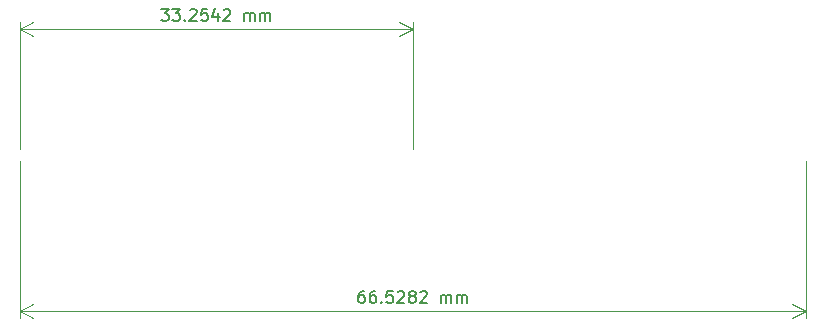
<source format=gbr>
G04 #@! TF.GenerationSoftware,KiCad,Pcbnew,8.0.6*
G04 #@! TF.CreationDate,2024-11-19T14:30:18-08:00*
G04 #@! TF.ProjectId,V5ProbeTop,56355072-6f62-4655-946f-702e6b696361,rev?*
G04 #@! TF.SameCoordinates,Original*
G04 #@! TF.FileFunction,Other,User*
%FSLAX46Y46*%
G04 Gerber Fmt 4.6, Leading zero omitted, Abs format (unit mm)*
G04 Created by KiCad (PCBNEW 8.0.6) date 2024-11-19 14:30:18*
%MOMM*%
%LPD*%
G01*
G04 APERTURE LIST*
%ADD10C,0.150000*%
%ADD11C,0.050000*%
G04 APERTURE END LIST*
D10*
X119549231Y-73823378D02*
X120168278Y-73823378D01*
X120168278Y-73823378D02*
X119834945Y-74204330D01*
X119834945Y-74204330D02*
X119977802Y-74204330D01*
X119977802Y-74204330D02*
X120073040Y-74251949D01*
X120073040Y-74251949D02*
X120120659Y-74299568D01*
X120120659Y-74299568D02*
X120168278Y-74394806D01*
X120168278Y-74394806D02*
X120168278Y-74632901D01*
X120168278Y-74632901D02*
X120120659Y-74728139D01*
X120120659Y-74728139D02*
X120073040Y-74775759D01*
X120073040Y-74775759D02*
X119977802Y-74823378D01*
X119977802Y-74823378D02*
X119692088Y-74823378D01*
X119692088Y-74823378D02*
X119596850Y-74775759D01*
X119596850Y-74775759D02*
X119549231Y-74728139D01*
X120501612Y-73823378D02*
X121120659Y-73823378D01*
X121120659Y-73823378D02*
X120787326Y-74204330D01*
X120787326Y-74204330D02*
X120930183Y-74204330D01*
X120930183Y-74204330D02*
X121025421Y-74251949D01*
X121025421Y-74251949D02*
X121073040Y-74299568D01*
X121073040Y-74299568D02*
X121120659Y-74394806D01*
X121120659Y-74394806D02*
X121120659Y-74632901D01*
X121120659Y-74632901D02*
X121073040Y-74728139D01*
X121073040Y-74728139D02*
X121025421Y-74775759D01*
X121025421Y-74775759D02*
X120930183Y-74823378D01*
X120930183Y-74823378D02*
X120644469Y-74823378D01*
X120644469Y-74823378D02*
X120549231Y-74775759D01*
X120549231Y-74775759D02*
X120501612Y-74728139D01*
X121549231Y-74728139D02*
X121596850Y-74775759D01*
X121596850Y-74775759D02*
X121549231Y-74823378D01*
X121549231Y-74823378D02*
X121501612Y-74775759D01*
X121501612Y-74775759D02*
X121549231Y-74728139D01*
X121549231Y-74728139D02*
X121549231Y-74823378D01*
X121977802Y-73918616D02*
X122025421Y-73870997D01*
X122025421Y-73870997D02*
X122120659Y-73823378D01*
X122120659Y-73823378D02*
X122358754Y-73823378D01*
X122358754Y-73823378D02*
X122453992Y-73870997D01*
X122453992Y-73870997D02*
X122501611Y-73918616D01*
X122501611Y-73918616D02*
X122549230Y-74013854D01*
X122549230Y-74013854D02*
X122549230Y-74109092D01*
X122549230Y-74109092D02*
X122501611Y-74251949D01*
X122501611Y-74251949D02*
X121930183Y-74823378D01*
X121930183Y-74823378D02*
X122549230Y-74823378D01*
X123453992Y-73823378D02*
X122977802Y-73823378D01*
X122977802Y-73823378D02*
X122930183Y-74299568D01*
X122930183Y-74299568D02*
X122977802Y-74251949D01*
X122977802Y-74251949D02*
X123073040Y-74204330D01*
X123073040Y-74204330D02*
X123311135Y-74204330D01*
X123311135Y-74204330D02*
X123406373Y-74251949D01*
X123406373Y-74251949D02*
X123453992Y-74299568D01*
X123453992Y-74299568D02*
X123501611Y-74394806D01*
X123501611Y-74394806D02*
X123501611Y-74632901D01*
X123501611Y-74632901D02*
X123453992Y-74728139D01*
X123453992Y-74728139D02*
X123406373Y-74775759D01*
X123406373Y-74775759D02*
X123311135Y-74823378D01*
X123311135Y-74823378D02*
X123073040Y-74823378D01*
X123073040Y-74823378D02*
X122977802Y-74775759D01*
X122977802Y-74775759D02*
X122930183Y-74728139D01*
X124358754Y-74156711D02*
X124358754Y-74823378D01*
X124120659Y-73775759D02*
X123882564Y-74490044D01*
X123882564Y-74490044D02*
X124501611Y-74490044D01*
X124834945Y-73918616D02*
X124882564Y-73870997D01*
X124882564Y-73870997D02*
X124977802Y-73823378D01*
X124977802Y-73823378D02*
X125215897Y-73823378D01*
X125215897Y-73823378D02*
X125311135Y-73870997D01*
X125311135Y-73870997D02*
X125358754Y-73918616D01*
X125358754Y-73918616D02*
X125406373Y-74013854D01*
X125406373Y-74013854D02*
X125406373Y-74109092D01*
X125406373Y-74109092D02*
X125358754Y-74251949D01*
X125358754Y-74251949D02*
X124787326Y-74823378D01*
X124787326Y-74823378D02*
X125406373Y-74823378D01*
X126596850Y-74823378D02*
X126596850Y-74156711D01*
X126596850Y-74251949D02*
X126644469Y-74204330D01*
X126644469Y-74204330D02*
X126739707Y-74156711D01*
X126739707Y-74156711D02*
X126882564Y-74156711D01*
X126882564Y-74156711D02*
X126977802Y-74204330D01*
X126977802Y-74204330D02*
X127025421Y-74299568D01*
X127025421Y-74299568D02*
X127025421Y-74823378D01*
X127025421Y-74299568D02*
X127073040Y-74204330D01*
X127073040Y-74204330D02*
X127168278Y-74156711D01*
X127168278Y-74156711D02*
X127311135Y-74156711D01*
X127311135Y-74156711D02*
X127406374Y-74204330D01*
X127406374Y-74204330D02*
X127453993Y-74299568D01*
X127453993Y-74299568D02*
X127453993Y-74823378D01*
X127930183Y-74823378D02*
X127930183Y-74156711D01*
X127930183Y-74251949D02*
X127977802Y-74204330D01*
X127977802Y-74204330D02*
X128073040Y-74156711D01*
X128073040Y-74156711D02*
X128215897Y-74156711D01*
X128215897Y-74156711D02*
X128311135Y-74204330D01*
X128311135Y-74204330D02*
X128358754Y-74299568D01*
X128358754Y-74299568D02*
X128358754Y-74823378D01*
X128358754Y-74299568D02*
X128406373Y-74204330D01*
X128406373Y-74204330D02*
X128501611Y-74156711D01*
X128501611Y-74156711D02*
X128644468Y-74156711D01*
X128644468Y-74156711D02*
X128739707Y-74204330D01*
X128739707Y-74204330D02*
X128787326Y-74299568D01*
X128787326Y-74299568D02*
X128787326Y-74823378D01*
D11*
X107588794Y-85686559D02*
X107588794Y-74932139D01*
X140843000Y-85686559D02*
X140843000Y-74932139D01*
X107588794Y-75518559D02*
X140843000Y-75518559D01*
X107588794Y-75518559D02*
X140843000Y-75518559D01*
X107588794Y-75518559D02*
X108715298Y-74932138D01*
X107588794Y-75518559D02*
X108715298Y-76104980D01*
X140843000Y-75518559D02*
X139716496Y-76104980D01*
X140843000Y-75518559D02*
X139716496Y-74932138D01*
D10*
X136710040Y-97699378D02*
X136519564Y-97699378D01*
X136519564Y-97699378D02*
X136424326Y-97746997D01*
X136424326Y-97746997D02*
X136376707Y-97794616D01*
X136376707Y-97794616D02*
X136281469Y-97937473D01*
X136281469Y-97937473D02*
X136233850Y-98127949D01*
X136233850Y-98127949D02*
X136233850Y-98508901D01*
X136233850Y-98508901D02*
X136281469Y-98604139D01*
X136281469Y-98604139D02*
X136329088Y-98651759D01*
X136329088Y-98651759D02*
X136424326Y-98699378D01*
X136424326Y-98699378D02*
X136614802Y-98699378D01*
X136614802Y-98699378D02*
X136710040Y-98651759D01*
X136710040Y-98651759D02*
X136757659Y-98604139D01*
X136757659Y-98604139D02*
X136805278Y-98508901D01*
X136805278Y-98508901D02*
X136805278Y-98270806D01*
X136805278Y-98270806D02*
X136757659Y-98175568D01*
X136757659Y-98175568D02*
X136710040Y-98127949D01*
X136710040Y-98127949D02*
X136614802Y-98080330D01*
X136614802Y-98080330D02*
X136424326Y-98080330D01*
X136424326Y-98080330D02*
X136329088Y-98127949D01*
X136329088Y-98127949D02*
X136281469Y-98175568D01*
X136281469Y-98175568D02*
X136233850Y-98270806D01*
X137662421Y-97699378D02*
X137471945Y-97699378D01*
X137471945Y-97699378D02*
X137376707Y-97746997D01*
X137376707Y-97746997D02*
X137329088Y-97794616D01*
X137329088Y-97794616D02*
X137233850Y-97937473D01*
X137233850Y-97937473D02*
X137186231Y-98127949D01*
X137186231Y-98127949D02*
X137186231Y-98508901D01*
X137186231Y-98508901D02*
X137233850Y-98604139D01*
X137233850Y-98604139D02*
X137281469Y-98651759D01*
X137281469Y-98651759D02*
X137376707Y-98699378D01*
X137376707Y-98699378D02*
X137567183Y-98699378D01*
X137567183Y-98699378D02*
X137662421Y-98651759D01*
X137662421Y-98651759D02*
X137710040Y-98604139D01*
X137710040Y-98604139D02*
X137757659Y-98508901D01*
X137757659Y-98508901D02*
X137757659Y-98270806D01*
X137757659Y-98270806D02*
X137710040Y-98175568D01*
X137710040Y-98175568D02*
X137662421Y-98127949D01*
X137662421Y-98127949D02*
X137567183Y-98080330D01*
X137567183Y-98080330D02*
X137376707Y-98080330D01*
X137376707Y-98080330D02*
X137281469Y-98127949D01*
X137281469Y-98127949D02*
X137233850Y-98175568D01*
X137233850Y-98175568D02*
X137186231Y-98270806D01*
X138186231Y-98604139D02*
X138233850Y-98651759D01*
X138233850Y-98651759D02*
X138186231Y-98699378D01*
X138186231Y-98699378D02*
X138138612Y-98651759D01*
X138138612Y-98651759D02*
X138186231Y-98604139D01*
X138186231Y-98604139D02*
X138186231Y-98699378D01*
X139138611Y-97699378D02*
X138662421Y-97699378D01*
X138662421Y-97699378D02*
X138614802Y-98175568D01*
X138614802Y-98175568D02*
X138662421Y-98127949D01*
X138662421Y-98127949D02*
X138757659Y-98080330D01*
X138757659Y-98080330D02*
X138995754Y-98080330D01*
X138995754Y-98080330D02*
X139090992Y-98127949D01*
X139090992Y-98127949D02*
X139138611Y-98175568D01*
X139138611Y-98175568D02*
X139186230Y-98270806D01*
X139186230Y-98270806D02*
X139186230Y-98508901D01*
X139186230Y-98508901D02*
X139138611Y-98604139D01*
X139138611Y-98604139D02*
X139090992Y-98651759D01*
X139090992Y-98651759D02*
X138995754Y-98699378D01*
X138995754Y-98699378D02*
X138757659Y-98699378D01*
X138757659Y-98699378D02*
X138662421Y-98651759D01*
X138662421Y-98651759D02*
X138614802Y-98604139D01*
X139567183Y-97794616D02*
X139614802Y-97746997D01*
X139614802Y-97746997D02*
X139710040Y-97699378D01*
X139710040Y-97699378D02*
X139948135Y-97699378D01*
X139948135Y-97699378D02*
X140043373Y-97746997D01*
X140043373Y-97746997D02*
X140090992Y-97794616D01*
X140090992Y-97794616D02*
X140138611Y-97889854D01*
X140138611Y-97889854D02*
X140138611Y-97985092D01*
X140138611Y-97985092D02*
X140090992Y-98127949D01*
X140090992Y-98127949D02*
X139519564Y-98699378D01*
X139519564Y-98699378D02*
X140138611Y-98699378D01*
X140710040Y-98127949D02*
X140614802Y-98080330D01*
X140614802Y-98080330D02*
X140567183Y-98032711D01*
X140567183Y-98032711D02*
X140519564Y-97937473D01*
X140519564Y-97937473D02*
X140519564Y-97889854D01*
X140519564Y-97889854D02*
X140567183Y-97794616D01*
X140567183Y-97794616D02*
X140614802Y-97746997D01*
X140614802Y-97746997D02*
X140710040Y-97699378D01*
X140710040Y-97699378D02*
X140900516Y-97699378D01*
X140900516Y-97699378D02*
X140995754Y-97746997D01*
X140995754Y-97746997D02*
X141043373Y-97794616D01*
X141043373Y-97794616D02*
X141090992Y-97889854D01*
X141090992Y-97889854D02*
X141090992Y-97937473D01*
X141090992Y-97937473D02*
X141043373Y-98032711D01*
X141043373Y-98032711D02*
X140995754Y-98080330D01*
X140995754Y-98080330D02*
X140900516Y-98127949D01*
X140900516Y-98127949D02*
X140710040Y-98127949D01*
X140710040Y-98127949D02*
X140614802Y-98175568D01*
X140614802Y-98175568D02*
X140567183Y-98223187D01*
X140567183Y-98223187D02*
X140519564Y-98318425D01*
X140519564Y-98318425D02*
X140519564Y-98508901D01*
X140519564Y-98508901D02*
X140567183Y-98604139D01*
X140567183Y-98604139D02*
X140614802Y-98651759D01*
X140614802Y-98651759D02*
X140710040Y-98699378D01*
X140710040Y-98699378D02*
X140900516Y-98699378D01*
X140900516Y-98699378D02*
X140995754Y-98651759D01*
X140995754Y-98651759D02*
X141043373Y-98604139D01*
X141043373Y-98604139D02*
X141090992Y-98508901D01*
X141090992Y-98508901D02*
X141090992Y-98318425D01*
X141090992Y-98318425D02*
X141043373Y-98223187D01*
X141043373Y-98223187D02*
X140995754Y-98175568D01*
X140995754Y-98175568D02*
X140900516Y-98127949D01*
X141471945Y-97794616D02*
X141519564Y-97746997D01*
X141519564Y-97746997D02*
X141614802Y-97699378D01*
X141614802Y-97699378D02*
X141852897Y-97699378D01*
X141852897Y-97699378D02*
X141948135Y-97746997D01*
X141948135Y-97746997D02*
X141995754Y-97794616D01*
X141995754Y-97794616D02*
X142043373Y-97889854D01*
X142043373Y-97889854D02*
X142043373Y-97985092D01*
X142043373Y-97985092D02*
X141995754Y-98127949D01*
X141995754Y-98127949D02*
X141424326Y-98699378D01*
X141424326Y-98699378D02*
X142043373Y-98699378D01*
X143233850Y-98699378D02*
X143233850Y-98032711D01*
X143233850Y-98127949D02*
X143281469Y-98080330D01*
X143281469Y-98080330D02*
X143376707Y-98032711D01*
X143376707Y-98032711D02*
X143519564Y-98032711D01*
X143519564Y-98032711D02*
X143614802Y-98080330D01*
X143614802Y-98080330D02*
X143662421Y-98175568D01*
X143662421Y-98175568D02*
X143662421Y-98699378D01*
X143662421Y-98175568D02*
X143710040Y-98080330D01*
X143710040Y-98080330D02*
X143805278Y-98032711D01*
X143805278Y-98032711D02*
X143948135Y-98032711D01*
X143948135Y-98032711D02*
X144043374Y-98080330D01*
X144043374Y-98080330D02*
X144090993Y-98175568D01*
X144090993Y-98175568D02*
X144090993Y-98699378D01*
X144567183Y-98699378D02*
X144567183Y-98032711D01*
X144567183Y-98127949D02*
X144614802Y-98080330D01*
X144614802Y-98080330D02*
X144710040Y-98032711D01*
X144710040Y-98032711D02*
X144852897Y-98032711D01*
X144852897Y-98032711D02*
X144948135Y-98080330D01*
X144948135Y-98080330D02*
X144995754Y-98175568D01*
X144995754Y-98175568D02*
X144995754Y-98699378D01*
X144995754Y-98175568D02*
X145043373Y-98080330D01*
X145043373Y-98080330D02*
X145138611Y-98032711D01*
X145138611Y-98032711D02*
X145281468Y-98032711D01*
X145281468Y-98032711D02*
X145376707Y-98080330D01*
X145376707Y-98080330D02*
X145424326Y-98175568D01*
X145424326Y-98175568D02*
X145424326Y-98699378D01*
D11*
X174117000Y-86686559D02*
X174117000Y-99980979D01*
X107588794Y-86686559D02*
X107588794Y-99980979D01*
X174117000Y-99394559D02*
X107588794Y-99394559D01*
X174117000Y-99394559D02*
X107588794Y-99394559D01*
X174117000Y-99394559D02*
X172990496Y-99980980D01*
X174117000Y-99394559D02*
X172990496Y-98808138D01*
X107588794Y-99394559D02*
X108715298Y-98808138D01*
X107588794Y-99394559D02*
X108715298Y-99980980D01*
M02*

</source>
